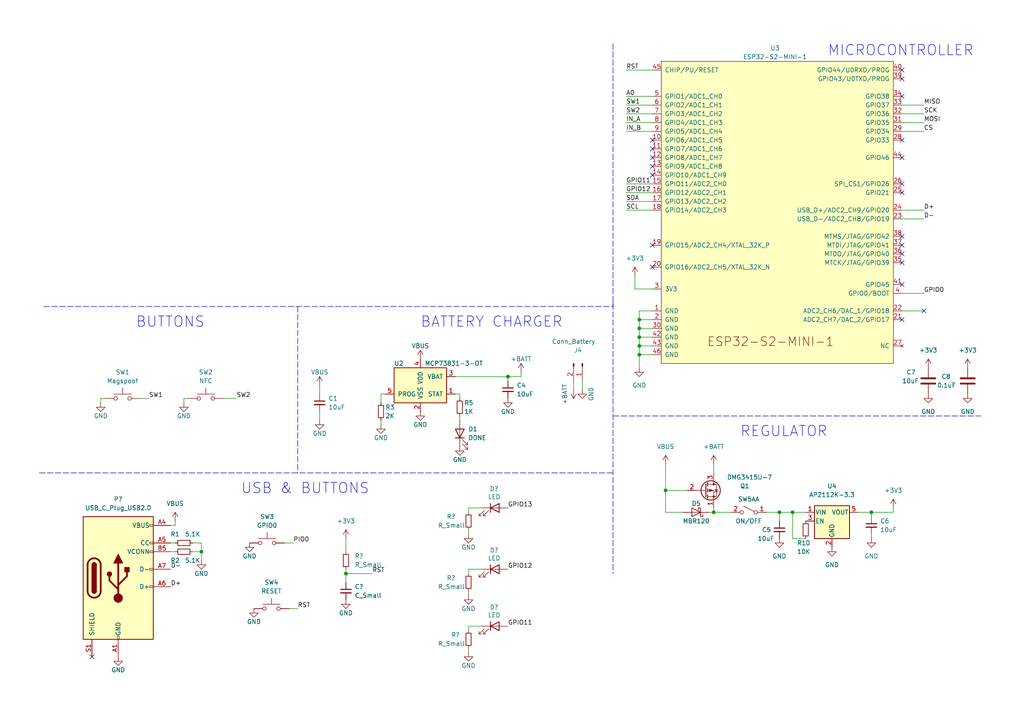
<source format=kicad_sch>
(kicad_sch (version 20211123) (generator eeschema)
  (paper "A4")
  (lib_symbols
    (symbol "Battery_Management:MCP73831-3-OT" (pin_names (offset 1.016))
      (property "Reference" "U" (at -7.62 6.35 0))
      (property "Value" "MCP73831-3-OT" (at 1.27 6.35 0))
      (symbol "MCP73831-3-OT_0_1"
        (rectangle (start -7.62 5.08) (end 7.62 -5.08) (stroke (width 0.254)) (fill (type background)))
      )
      (symbol "MCP73831-3-OT_1_1"
        (pin output line (at 10.16 -2.54 180) (length 2.54) (name "STAT") (number "1"))
        (pin power_in line (at 0 -7.62 90) (length 2.54) (name "VSS") (number "2"))
        (pin power_out line (at 10.16 2.54 180) (length 2.54) (name "VBAT") (number "3"))
        (pin power_in line (at 0 7.62 270) (length 2.54) (name "VDD") (number "4"))
        (pin input line (at -10.16 -2.54 0) (length 2.54) (name "PROG") (number "5"))
      )
    )
    (symbol "Connector:Conn_01x02_Male" (pin_names (offset 1.016) hide)
      (property "Reference" "J" (at 0 2.54 0))
      (property "Value" "Conn_01x02_Male" (at 0 -5.08 0))
      (symbol "Conn_01x02_Male_1_1"
        (polyline (pts (xy 1.27 -2.54) (xy 0.8636 -2.54)) (stroke (width 0.1524)))
        (polyline (pts (xy 1.27 0) (xy 0.8636 0)) (stroke (width 0.1524)))
        (rectangle (start 0.8636 -2.413) (end 0 -2.667) (stroke (width 0.1524)) (fill (type outline)))
        (rectangle (start 0.8636 0.127) (end 0 -0.127) (stroke (width 0.1524)) (fill (type outline)))
        (pin passive line (at 5.08 0 180) (length 3.81) (name "Pin_1") (number "1"))
        (pin passive line (at 5.08 -2.54 180) (length 3.81) (name "Pin_2") (number "2"))
      )
    )
    (symbol "Connector:USB_C_Plug_USB2.0" (pin_names (offset 1.016))
      (property "Reference" "P" (at -10.16 19.05 0))
      (property "Value" "USB_C_Plug_USB2.0" (at 12.7 19.05 0))
      (symbol "USB_C_Plug_USB2.0_0_0"
        (rectangle (start -0.254 -17.78) (end 0.254 -16.764))
        (rectangle (start 10.16 -2.286) (end 9.144 -2.794))
        (rectangle (start 10.16 2.794) (end 9.144 2.286))
        (rectangle (start 10.16 7.874) (end 9.144 7.366))
        (rectangle (start 10.16 10.414) (end 9.144 9.906))
        (rectangle (start 10.16 15.494) (end 9.144 14.986))
      )
      (symbol "USB_C_Plug_USB2.0_0_1"
        (rectangle (start -10.16 17.78) (end 10.16 -17.78) (stroke (width 0.254)) (fill (type background)))
        (arc (start -8.89 -3.81) (mid -6.985 -5.715) (end -5.08 -3.81) (stroke (width 0.508)))
        (arc (start -7.62 -3.81) (mid -6.985 -4.445) (end -6.35 -3.81) (stroke (width 0.254)))
        (arc (start -7.62 -3.81) (mid -6.985 -4.445) (end -6.35 -3.81) (stroke (width 0.254)) (fill (type outline)))
        (rectangle (start -7.62 -3.81) (end -6.35 3.81) (stroke (width 0.254)) (fill (type outline)))
        (arc (start -6.35 3.81) (mid -6.985 4.445) (end -7.62 3.81) (stroke (width 0.254)))
        (arc (start -6.35 3.81) (mid -6.985 4.445) (end -7.62 3.81) (stroke (width 0.254)) (fill (type outline)))
        (arc (start -5.08 3.81) (mid -6.985 5.715) (end -8.89 3.81) (stroke (width 0.508)))
        (circle (center -2.54 1.143) (radius 0.635) (stroke (width 0.254)) (fill (type outline)))
        (circle (center 0 -5.842) (radius 1.27) (fill (type outline)))
        (polyline (pts (xy -8.89 -3.81) (xy -8.89 3.81)) (stroke (width 0.508)))
        (polyline (pts (xy -5.08 3.81) (xy -5.08 -3.81)) (stroke (width 0.508)))
        (polyline (pts (xy 0 -5.842) (xy 0 4.318)) (stroke (width 0.508)))
        (polyline (pts (xy 0 -3.302) (xy -2.54 -0.762) (xy -2.54 0.508)) (stroke (width 0.508)))
        (polyline (pts (xy 0 -2.032) (xy 2.54 0.508) (xy 2.54 1.778)) (stroke (width 0.508)))
        (polyline (pts (xy -1.27 4.318) (xy 0 6.858) (xy 1.27 4.318) (xy -1.27 4.318)) (stroke (width 0.254)) (fill (type outline)))
        (rectangle (start 1.905 1.778) (end 3.175 3.048) (stroke (width 0.254)) (fill (type outline)))
      )
      (symbol "USB_C_Plug_USB2.0_1_1"
        (pin passive line (at 0 -22.86 90) (length 5.08) (name "GND") (number "A1"))
        (pin passive line (at 0 -22.86 90) (length 5.08) hide (name "GND") (number "A12"))
        (pin passive line (at 15.24 15.24 180) (length 5.08) (name "VBUS") (number "A4"))
        (pin bidirectional line (at 15.24 10.16 180) (length 5.08) (name "CC") (number "A5"))
        (pin bidirectional line (at 15.24 -2.54 180) (length 5.08) (name "D+") (number "A6"))
        (pin bidirectional line (at 15.24 2.54 180) (length 5.08) (name "D-") (number "A7"))
        (pin passive line (at 15.24 15.24 180) (length 5.08) hide (name "VBUS") (number "A9"))
        (pin passive line (at 0 -22.86 90) (length 5.08) hide (name "GND") (number "B1"))
        (pin passive line (at 0 -22.86 90) (length 5.08) hide (name "GND") (number "B12"))
        (pin passive line (at 15.24 15.24 180) (length 5.08) hide (name "VBUS") (number "B4"))
        (pin bidirectional line (at 15.24 7.62 180) (length 5.08) (name "VCONN") (number "B5"))
        (pin passive line (at 15.24 15.24 180) (length 5.08) hide (name "VBUS") (number "B9"))
        (pin passive line (at -7.62 -22.86 90) (length 5.08) (name "SHIELD") (number "S1"))
      )
    )
    (symbol "Device:C" (pin_numbers hide) (pin_names (offset 0.254))
      (property "Reference" "C" (at 0.635 2.54 0))
      (property "Value" "C" (at 0.635 -2.54 0))
      (symbol "C_0_1"
        (polyline (pts (xy -2.032 -0.762) (xy 2.032 -0.762)) (stroke (width 0.508)))
        (polyline (pts (xy -2.032 0.762) (xy 2.032 0.762)) (stroke (width 0.508)))
      )
      (symbol "C_1_1"
        (pin passive line (at 0 3.81 270) (length 2.794) (name "~") (number "1"))
        (pin passive line (at 0 -3.81 90) (length 2.794) (name "~") (number "2"))
      )
    )
    (symbol "Device:C_Small" (pin_numbers hide) (pin_names (offset 0.254) hide)
      (property "Reference" "C" (at 0.254 1.778 0))
      (property "Value" "C_Small" (at 0.254 -2.032 0))
      (symbol "C_Small_0_1"
        (polyline (pts (xy -1.524 -0.508) (xy 1.524 -0.508)) (stroke (width 0.3302)))
        (polyline (pts (xy -1.524 0.508) (xy 1.524 0.508)) (stroke (width 0.3048)))
      )
      (symbol "C_Small_1_1"
        (pin passive line (at 0 2.54 270) (length 2.032) (name "~") (number "1"))
        (pin passive line (at 0 -2.54 90) (length 2.032) (name "~") (number "2"))
      )
    )
    (symbol "Device:LED" (pin_numbers hide) (pin_names (offset 1.016) hide)
      (property "Reference" "D" (at 0 2.54 0))
      (property "Value" "LED" (at 0 -2.54 0))
      (symbol "LED_0_1"
        (polyline (pts (xy -1.27 -1.27) (xy -1.27 1.27)) (stroke (width 0.254)))
        (polyline (pts (xy -1.27 0) (xy 1.27 0)))
        (polyline (pts (xy 1.27 -1.27) (xy 1.27 1.27) (xy -1.27 0) (xy 1.27 -1.27)) (stroke (width 0.254)))
        (polyline (pts (xy -3.048 -0.762) (xy -4.572 -2.286) (xy -3.81 -2.286) (xy -4.572 -2.286) (xy -4.572 -1.524)))
        (polyline (pts (xy -1.778 -0.762) (xy -3.302 -2.286) (xy -2.54 -2.286) (xy -3.302 -2.286) (xy -3.302 -1.524)))
      )
      (symbol "LED_1_1"
        (pin passive line (at -3.81 0 0) (length 2.54) (name "K") (number "1"))
        (pin passive line (at 3.81 0 180) (length 2.54) (name "A") (number "2"))
      )
    )
    (symbol "Device:Q_PMOS_SGD" (pin_names (offset 0) hide)
      (property "Reference" "Q" (at 5.08 1.27 0))
      (property "Value" "Q_PMOS_SGD" (at 5.08 -1.27 0))
      (symbol "Q_PMOS_SGD_0_1"
        (polyline (pts (xy 0.254 0) (xy -2.54 0)))
        (polyline (pts (xy 0.254 1.905) (xy 0.254 -1.905)) (stroke (width 0.254)))
        (polyline (pts (xy 0.762 -1.27) (xy 0.762 -2.286)) (stroke (width 0.254)))
        (polyline (pts (xy 0.762 0.508) (xy 0.762 -0.508)) (stroke (width 0.254)))
        (polyline (pts (xy 0.762 2.286) (xy 0.762 1.27)) (stroke (width 0.254)))
        (polyline (pts (xy 2.54 2.54) (xy 2.54 1.778)))
        (polyline (pts (xy 2.54 -2.54) (xy 2.54 0) (xy 0.762 0)))
        (polyline (pts (xy 0.762 1.778) (xy 3.302 1.778) (xy 3.302 -1.778) (xy 0.762 -1.778)))
        (polyline (pts (xy 2.286 0) (xy 1.27 0.381) (xy 1.27 -0.381) (xy 2.286 0)) (fill (type outline)))
        (polyline (pts (xy 2.794 -0.508) (xy 2.921 -0.381) (xy 3.683 -0.381) (xy 3.81 -0.254)))
        (polyline (pts (xy 3.302 -0.381) (xy 2.921 0.254) (xy 3.683 0.254) (xy 3.302 -0.381)))
        (circle (center 1.651 0) (radius 2.794) (stroke (width 0.254)))
        (circle (center 2.54 -1.778) (radius 0.254) (fill (type outline)))
        (circle (center 2.54 1.778) (radius 0.254) (fill (type outline)))
      )
      (symbol "Q_PMOS_SGD_1_1"
        (pin passive line (at 2.54 -5.08 90) (length 2.54) (name "S") (number "1"))
        (pin input line (at -5.08 0 0) (length 2.54) (name "G") (number "2"))
        (pin passive line (at 2.54 5.08 270) (length 2.54) (name "D") (number "3"))
      )
    )
    (symbol "Device:R_Small" (pin_numbers hide) (pin_names (offset 0.254) hide)
      (property "Reference" "R" (at 0.762 0.508 0))
      (property "Value" "R_Small" (at 0.762 -1.016 0))
      (symbol "R_Small_0_1"
        (rectangle (start -0.762 1.778) (end 0.762 -1.778) (stroke (width 0.2032)))
      )
      (symbol "R_Small_1_1"
        (pin passive line (at 0 2.54 270) (length 0.762) (name "~") (number "1"))
        (pin passive line (at 0 -2.54 90) (length 0.762) (name "~") (number "2"))
      )
    )
    (symbol "Diode:MBR1020VL" (pin_numbers hide) (pin_names hide)
      (property "Reference" "D" (at 0 2.54 0))
      (property "Value" "MBR1020VL" (at 0 -2.54 0))
      (symbol "MBR1020VL_0_1"
        (polyline (pts (xy 1.27 0) (xy -1.27 0)))
        (polyline (pts (xy 1.27 1.27) (xy 1.27 -1.27) (xy -1.27 0) (xy 1.27 1.27)) (stroke (width 0.2032)))
        (polyline (pts (xy -1.905 0.635) (xy -1.905 1.27) (xy -1.27 1.27) (xy -1.27 -1.27) (xy -0.635 -1.27) (xy -0.635 -0.635)) (stroke (width 0.2032)))
      )
      (symbol "MBR1020VL_1_1"
        (pin passive line (at -3.81 0 0) (length 2.54) (name "K") (number "1"))
        (pin passive line (at 3.81 0 180) (length 2.54) (name "A") (number "2"))
      )
    )
    (symbol "Espressif:ESP32-S2-MINI-1" (pin_names (offset 1.016))
      (property "Reference" "U" (at 0 46.99 0))
      (property "Value" "ESP32-S2-MINI-1" (at 0 -43.18 0))
      (symbol "ESP32-S2-MINI-1_0_0"
        (pin power_in line (at -35.56 -36.83 0) (length 2.54) (name "GND") (number "43"))
        (pin input line (at 36.83 17.78 180) (length 2.54) (name "GPIO46") (number "44"))
        (pin bidirectional line (at -35.56 43.18 0) (length 2.54) (name "CHIP/PU/RESET") (number "45"))
        (pin power_in line (at -35.56 -39.37 0) (length 2.54) (name "GND") (number "46"))
      )
      (symbol "ESP32-S2-MINI-1_1_1"
        (rectangle (start -33.02 -41.91) (end 34.29 45.72) (fill (type background)))
        (text "ESP32-S2-MINI-1" (at -1.27 -35.56 0) (effects (font (size 2.54 2.54))))
        (pin power_in line (at -35.56 -26.67 0) (length 2.54) (name "GND") (number "1"))
        (pin bidirectional line (at -35.56 22.86 0) (length 2.54) (name "GPIO6/ADC1_CH5") (number "10"))
        (pin bidirectional line (at -35.56 20.32 0) (length 2.54) (name "GPIO7/ADC1_CH6") (number "11"))
        (pin bidirectional line (at -35.56 17.78 0) (length 2.54) (name "GPIO8/ADC1_CH7") (number "12"))
        (pin bidirectional line (at -35.56 15.24 0) (length 2.54) (name "GPIO9/ADC1_CH8") (number "13"))
        (pin bidirectional line (at -35.56 12.7 0) (length 2.54) (name "GPIO10/ADC1_CH9") (number "14"))
        (pin bidirectional line (at -35.56 10.16 0) (length 2.54) (name "GPIO11/ADC2_CH0") (number "15"))
        (pin bidirectional line (at -35.56 7.62 0) (length 2.54) (name "GPIO12/ADC2_CH1") (number "16"))
        (pin bidirectional line (at -35.56 5.08 0) (length 2.54) (name "GPIO13/ADC2_CH2") (number "17"))
        (pin bidirectional line (at -35.56 2.54 0) (length 2.54) (name "GPIO14/ADC2_CH3") (number "18"))
        (pin bidirectional line (at -35.56 -7.62 0) (length 2.54) (name "GPIO15/ADC2_CH4/XTAL_32K_P") (number "19"))
        (pin power_in line (at -35.56 -29.21 0) (length 2.54) (name "GND") (number "2"))
        (pin bidirectional line (at -35.56 -13.97 0) (length 2.54) (name "GPIO16/ADC2_CH5/XTAL_32K_N") (number "20"))
        (pin bidirectional line (at 36.83 -29.21 180) (length 2.54) (name "ADC2_CH7/DAC_2/GPIO17") (number "21"))
        (pin bidirectional line (at 36.83 -26.67 180) (length 2.54) (name "ADC2_CH6/DAC_1/GPIO18") (number "22"))
        (pin bidirectional line (at 36.83 0 180) (length 2.54) (name "USB_D-/ADC2_CH8/GPIO19") (number "23"))
        (pin bidirectional line (at 36.83 2.54 180) (length 2.54) (name "USB_D+/ADC2_CH9/GPIO20") (number "24"))
        (pin bidirectional line (at 36.83 7.62 180) (length 2.54) (name "GPIO21") (number "25"))
        (pin bidirectional line (at 36.83 10.16 180) (length 2.54) (name "SPI_CS1/GPIO26") (number "26"))
        (pin no_connect line (at 36.83 -36.83 180) (length 2.54) (name "NC") (number "27"))
        (pin bidirectional line (at 36.83 22.86 180) (length 2.54) (name "GPIO33") (number "28"))
        (pin bidirectional line (at 36.83 25.4 180) (length 2.54) (name "GPIO34") (number "29"))
        (pin power_in line (at -35.56 -20.32 0) (length 2.54) (name "3V3") (number "3"))
        (pin power_in line (at -35.56 -31.75 0) (length 2.54) (name "GND") (number "30"))
        (pin bidirectional line (at 36.83 27.94 180) (length 2.54) (name "GPIO35") (number "31"))
        (pin bidirectional line (at 36.83 30.48 180) (length 2.54) (name "GPIO36") (number "32"))
        (pin bidirectional line (at 36.83 33.02 180) (length 2.54) (name "GPIO37") (number "33"))
        (pin bidirectional line (at 36.83 35.56 180) (length 2.54) (name "GPIO38") (number "34"))
        (pin bidirectional line (at 36.83 -12.7 180) (length 2.54) (name "MTCK/JTAG/GPIO39") (number "35"))
        (pin bidirectional line (at 36.83 -10.16 180) (length 2.54) (name "MTDO/JTAG/GPIO40") (number "36"))
        (pin bidirectional line (at 36.83 -7.62 180) (length 2.54) (name "MTDI/JTAG/GPIO41") (number "37"))
        (pin bidirectional line (at 36.83 -5.08 180) (length 2.54) (name "MTMS/JTAG/GPIO42") (number "38"))
        (pin bidirectional line (at 36.83 40.64 180) (length 2.54) (name "GPIO43/U0TXD/PROG") (number "39"))
        (pin bidirectional line (at 36.83 -21.59 180) (length 2.54) (name "GPIO0/BOOT") (number "4"))
        (pin bidirectional line (at 36.83 43.18 180) (length 2.54) (name "GPIO44/U0RXD/PROG") (number "40"))
        (pin bidirectional line (at 36.83 -19.05 180) (length 2.54) (name "GPIO45") (number "41"))
        (pin power_in line (at -35.56 -34.29 0) (length 2.54) (name "GND") (number "42"))
        (pin bidirectional line (at -35.56 35.56 0) (length 2.54) (name "GPIO1/ADC1_CH0") (number "5"))
        (pin bidirectional line (at -35.56 33.02 0) (length 2.54) (name "GPIO2/ADC1_CH1") (number "6"))
        (pin bidirectional line (at -35.56 30.48 0) (length 2.54) (name "GPIO3/ADC1_CH2") (number "7"))
        (pin bidirectional line (at -35.56 27.94 0) (length 2.54) (name "GPIO4/ADC1_CH3") (number "8"))
        (pin bidirectional line (at -35.56 25.4 0) (length 2.54) (name "GPIO5/ADC1_CH4") (number "9"))
      )
    )
    (symbol "Regulator_Linear:AP2112K-3.3" (pin_names (offset 0.254))
      (property "Reference" "U" (at -5.08 5.715 0))
      (property "Value" "AP2112K-3.3" (at 0 5.715 0))
      (symbol "AP2112K-3.3_0_1"
        (rectangle (start -5.08 4.445) (end 5.08 -5.08) (stroke (width 0.254)) (fill (type background)))
      )
      (symbol "AP2112K-3.3_1_1"
        (pin power_in line (at -7.62 2.54 0) (length 2.54) (name "VIN") (number "1"))
        (pin power_in line (at 0 -7.62 90) (length 2.54) (name "GND") (number "2"))
        (pin input line (at -7.62 0 0) (length 2.54) (name "EN") (number "3"))
        (pin no_connect line (at 5.08 0 180) (length 2.54) hide (name "NC") (number "4"))
        (pin power_out line (at 7.62 2.54 180) (length 2.54) (name "VOUT") (number "5"))
      )
    )
    (symbol "Switch:SW_DPST_x2" (pin_names (offset 0) hide)
      (property "Reference" "SW" (at 0 3.175 0))
      (property "Value" "SW_DPST_x2" (at 0 -2.54 0))
      (symbol "SW_DPST_x2_0_0"
        (circle (center -2.032 0) (radius 0.508))
        (polyline (pts (xy -1.524 0.254) (xy 1.524 1.778)))
        (circle (center 2.032 0) (radius 0.508))
      )
      (symbol "SW_DPST_x2_1_1"
        (pin passive line (at -5.08 0 0) (length 2.54) (name "A") (number "1"))
        (pin passive line (at 5.08 0 180) (length 2.54) (name "B") (number "2"))
      )
      (symbol "SW_DPST_x2_2_1"
        (pin passive line (at -5.08 0 0) (length 2.54) (name "A") (number "3"))
        (pin passive line (at 5.08 0 180) (length 2.54) (name "B") (number "4"))
      )
    )
    (symbol "Switch:SW_MEC_5G" (pin_numbers hide) (pin_names (offset 1.016) hide)
      (property "Reference" "SW" (at 1.27 2.54 0))
      (property "Value" "SW_MEC_5G" (at 0 -1.524 0))
      (symbol "SW_MEC_5G_0_1"
        (circle (center -2.032 0) (radius 0.508))
        (polyline (pts (xy 0 1.27) (xy 0 3.048)))
        (polyline (pts (xy 2.54 1.27) (xy -2.54 1.27)))
        (circle (center 2.032 0) (radius 0.508))
        (pin passive line (at -5.08 0 0) (length 2.54) (name "A") (number "1"))
        (pin passive line (at 5.08 0 180) (length 2.54) (name "B") (number "3"))
      )
      (symbol "SW_MEC_5G_1_1"
        (pin passive line (at -5.08 0 0) (length 2.54) hide (name "A") (number "2"))
        (pin passive line (at 5.08 0 180) (length 2.54) hide (name "B") (number "4"))
      )
    )
    (symbol "Switch:SW_Push" (pin_numbers hide) (pin_names (offset 1.016) hide)
      (property "Reference" "SW" (at 1.27 2.54 0))
      (property "Value" "SW_Push" (at 0 -1.524 0))
      (symbol "SW_Push_0_1"
        (circle (center -2.032 0) (radius 0.508))
        (polyline (pts (xy 0 1.27) (xy 0 3.048)))
        (polyline (pts (xy 2.54 1.27) (xy -2.54 1.27)))
        (circle (center 2.032 0) (radius 0.508))
        (pin passive line (at -5.08 0 0) (length 2.54) (name "1") (number "1"))
        (pin passive line (at 5.08 0 180) (length 2.54) (name "2") (number "2"))
      )
    )
    (symbol "power:+3V3" (power) (pin_names (offset 0))
      (property "Value" "+3V3" (at 0 3.556 0))
      (symbol "+3V3_0_1"
        (polyline (pts (xy -0.762 1.27) (xy 0 2.54)))
        (polyline (pts (xy 0 0) (xy 0 2.54)))
        (polyline (pts (xy 0 2.54) (xy 0.762 1.27)))
      )
      (symbol "+3V3_1_1"
        (pin power_in line (at 0 0 90) (length 0) hide (name "+3V3") (number "1"))
      )
    )
    (symbol "power:+BATT" (power) (pin_names (offset 0))
      (property "Value" "+BATT" (at 0 3.556 0))
      (symbol "+BATT_0_1"
        (polyline (pts (xy -0.762 1.27) (xy 0 2.54)))
        (polyline (pts (xy 0 0) (xy 0 2.54)))
        (polyline (pts (xy 0 2.54) (xy 0.762 1.27)))
      )
      (symbol "+BATT_1_1"
        (pin power_in line (at 0 0 90) (length 0) hide (name "+BATT") (number "1"))
      )
    )
    (symbol "power:GND" (power) (pin_names (offset 0))
      (property "Value" "GND" (at 0 -3.81 0))
      (symbol "GND_0_1"
        (polyline (pts (xy 0 0) (xy 0 -1.27) (xy 1.27 -1.27) (xy 0 -2.54) (xy -1.27 -1.27) (xy 0 -1.27)))
      )
      (symbol "GND_1_1"
        (pin power_in line (at 0 0 270) (length 0) hide (name "GND") (number "1"))
      )
    )
    (symbol "power:VBUS" (power) (pin_names (offset 0))
      (property "Value" "VBUS" (at 0 3.81 0))
      (symbol "VBUS_0_1"
        (polyline (pts (xy -0.762 1.27) (xy 0 2.54)))
        (polyline (pts (xy 0 0) (xy 0 2.54)))
        (polyline (pts (xy 0 2.54) (xy 0.762 1.27)))
      )
      (symbol "VBUS_1_1"
        (pin power_in line (at 0 0 90) (length 0) hide (name "VBUS") (number "1"))
      )
    )
  )
  (junction (at 185.42 97.79))
  (junction (at 193.04 142.24))
  (junction (at 100.33 166.37))
  (junction (at 58.42 160.02))
  (junction (at 185.42 100.33))
  (junction (at 185.42 92.71))
  (junction (at 229.87 148.59))
  (junction (at 226.06 148.59))
  (junction (at 207.01 148.59))
  (junction (at 185.42 102.87))
  (junction (at 147.32 109.22))
  (junction (at 185.42 95.25))
  (junction (at 252.73 148.59))
  (no_connect (at 261.62 20.32))
  (no_connect (at 261.62 22.86))
  (no_connect (at 261.62 27.94))
  (no_connect (at 189.23 71.12))
  (no_connect (at 189.23 77.47))
  (no_connect (at 261.62 92.71))
  (no_connect (at 267.97 90.17))
  (no_connect (at 26.67 190.5))
  (no_connect (at 261.62 40.64))
  (no_connect (at 261.62 68.58))
  (no_connect (at 261.62 71.12))
  (no_connect (at 261.62 73.66))
  (no_connect (at 261.62 76.2))
  (no_connect (at 261.62 82.55))
  (no_connect (at 189.23 40.64))
  (no_connect (at 189.23 43.18))
  (no_connect (at 189.23 45.72))
  (no_connect (at 189.23 48.26))
  (no_connect (at 189.23 50.8))
  (no_connect (at 261.62 53.34))
  (no_connect (at 261.62 55.88))
  (no_connect (at 261.62 45.72))
  (wire (pts (xy 135.89 181.61) (xy 139.7 181.61)))
  (wire (pts (xy 185.42 100.33) (xy 189.23 100.33)))
  (wire (pts (xy 147.32 109.22) (xy 151.13 109.22)))
  (wire (pts (xy 181.61 53.34) (xy 189.23 53.34)))
  (wire (pts (xy 29.21 115.57) (xy 30.48 115.57)))
  (wire (pts (xy 92.71 119.38) (xy 92.71 121.92)))
  (wire (pts (xy 185.42 106.68) (xy 185.42 102.87)))
  (wire (pts (xy 168.91 110.49) (xy 168.91 113.03)))
  (wire (pts (xy 55.88 157.48) (xy 58.42 157.48)))
  (wire (pts (xy 259.08 148.59) (xy 252.73 148.59)))
  (wire (pts (xy 151.13 107.95) (xy 151.13 109.22)))
  (wire (pts (xy 58.42 160.02) (xy 58.42 162.56)))
  (wire (pts (xy 207.01 148.59) (xy 212.09 148.59)))
  (wire (pts (xy 110.49 121.92) (xy 110.49 123.19)))
  (wire (pts (xy 135.89 171.45) (xy 135.89 172.72)))
  (wire (pts (xy 261.62 30.48) (xy 267.97 30.48)))
  (wire (pts (xy 248.92 148.59) (xy 252.73 148.59)))
  (polyline (pts (xy 12.7 88.9) (xy 177.8 88.9)))
  (wire (pts (xy 226.06 151.13) (xy 226.06 148.59)))
  (wire (pts (xy 82.55 157.48) (xy 85.09 157.48)))
  (wire (pts (xy 207.01 134.62) (xy 207.01 137.16)))
  (wire (pts (xy 185.42 102.87) (xy 189.23 102.87)))
  (wire (pts (xy 189.23 90.17) (xy 185.42 90.17)))
  (wire (pts (xy 261.62 33.02) (xy 267.97 33.02)))
  (polyline (pts (xy 177.8 120.65) (xy 284.48 120.65)))
  (wire (pts (xy 207.01 147.32) (xy 207.01 148.59)))
  (wire (pts (xy 226.06 148.59) (xy 229.87 148.59)))
  (wire (pts (xy 53.34 116.84) (xy 53.34 115.57)))
  (wire (pts (xy 147.32 109.22) (xy 147.32 110.49)))
  (wire (pts (xy 229.87 148.59) (xy 233.68 148.59)))
  (wire (pts (xy 181.61 35.56) (xy 189.23 35.56)))
  (wire (pts (xy 185.42 90.17) (xy 185.42 92.71)))
  (wire (pts (xy 132.08 114.3) (xy 133.35 114.3)))
  (wire (pts (xy 135.89 153.67) (xy 135.89 154.94)))
  (wire (pts (xy 49.53 160.02) (xy 50.8 160.02)))
  (wire (pts (xy 193.04 142.24) (xy 193.04 148.59)))
  (wire (pts (xy 185.42 97.79) (xy 189.23 97.79)))
  (wire (pts (xy 193.04 142.24) (xy 199.39 142.24)))
  (polyline (pts (xy 86.36 88.9) (xy 86.36 137.16)))
  (wire (pts (xy 58.42 157.48) (xy 58.42 160.02)))
  (wire (pts (xy 181.61 30.48) (xy 189.23 30.48)))
  (wire (pts (xy 135.89 148.59) (xy 135.89 147.32)))
  (wire (pts (xy 252.73 154.94) (xy 252.73 156.21)))
  (wire (pts (xy 55.88 160.02) (xy 58.42 160.02)))
  (wire (pts (xy 133.35 114.3) (xy 133.35 115.57)))
  (wire (pts (xy 135.89 166.37) (xy 135.89 165.1)))
  (wire (pts (xy 181.61 38.1) (xy 189.23 38.1)))
  (wire (pts (xy 49.53 157.48) (xy 50.8 157.48)))
  (polyline (pts (xy 11.43 137.16) (xy 177.8 137.16)))
  (wire (pts (xy 135.89 187.96) (xy 135.89 189.23)))
  (wire (pts (xy 185.42 92.71) (xy 189.23 92.71)))
  (wire (pts (xy 185.42 102.87) (xy 185.42 100.33)))
  (wire (pts (xy 252.73 148.59) (xy 252.73 149.86)))
  (wire (pts (xy 100.33 166.37) (xy 107.95 166.37)))
  (wire (pts (xy 40.64 115.57) (xy 43.18 115.57)))
  (wire (pts (xy 193.04 148.59) (xy 198.12 148.59)))
  (wire (pts (xy 222.25 148.59) (xy 226.06 148.59)))
  (wire (pts (xy 50.8 151.13) (xy 50.8 152.4)))
  (wire (pts (xy 110.49 116.84) (xy 110.49 114.3)))
  (wire (pts (xy 110.49 114.3) (xy 111.76 114.3)))
  (wire (pts (xy 133.35 120.65) (xy 133.35 121.92)))
  (wire (pts (xy 181.61 33.02) (xy 189.23 33.02)))
  (wire (pts (xy 185.42 100.33) (xy 185.42 97.79)))
  (wire (pts (xy 50.8 152.4) (xy 49.53 152.4)))
  (wire (pts (xy 166.37 110.49) (xy 166.37 113.03)))
  (wire (pts (xy 135.89 147.32) (xy 139.7 147.32)))
  (wire (pts (xy 184.15 80.01) (xy 184.15 83.82)))
  (wire (pts (xy 92.71 111.76) (xy 92.71 114.3)))
  (wire (pts (xy 233.68 156.21) (xy 229.87 156.21)))
  (wire (pts (xy 29.21 116.84) (xy 29.21 115.57)))
  (wire (pts (xy 185.42 95.25) (xy 185.42 92.71)))
  (polyline (pts (xy 177.8 88.9) (xy 177.8 87.63)))
  (wire (pts (xy 100.33 156.21) (xy 100.33 160.02)))
  (wire (pts (xy 261.62 38.1) (xy 267.97 38.1)))
  (wire (pts (xy 181.61 27.94) (xy 189.23 27.94)))
  (wire (pts (xy 205.74 148.59) (xy 207.01 148.59)))
  (wire (pts (xy 83.82 176.53) (xy 86.36 176.53)))
  (wire (pts (xy 185.42 97.79) (xy 185.42 95.25)))
  (wire (pts (xy 259.08 147.32) (xy 259.08 148.59)))
  (wire (pts (xy 135.89 165.1) (xy 139.7 165.1)))
  (wire (pts (xy 132.08 109.22) (xy 147.32 109.22)))
  (wire (pts (xy 100.33 166.37) (xy 100.33 168.91)))
  (wire (pts (xy 261.62 85.09) (xy 267.97 85.09)))
  (wire (pts (xy 261.62 63.5) (xy 267.97 63.5)))
  (wire (pts (xy 229.87 156.21) (xy 229.87 148.59)))
  (wire (pts (xy 181.61 60.96) (xy 189.23 60.96)))
  (wire (pts (xy 181.61 58.42) (xy 189.23 58.42)))
  (wire (pts (xy 181.61 55.88) (xy 189.23 55.88)))
  (wire (pts (xy 100.33 165.1) (xy 100.33 166.37)))
  (wire (pts (xy 261.62 35.56) (xy 267.97 35.56)))
  (wire (pts (xy 135.89 182.88) (xy 135.89 181.61)))
  (polyline (pts (xy 177.8 12.7) (xy 177.8 166.37)))
  (wire (pts (xy 185.42 95.25) (xy 189.23 95.25)))
  (wire (pts (xy 181.61 20.32) (xy 189.23 20.32)))
  (wire (pts (xy 261.62 90.17) (xy 267.97 90.17)))
  (wire (pts (xy 64.77 115.57) (xy 68.58 115.57)))
  (wire (pts (xy 193.04 134.62) (xy 193.04 142.24)))
  (wire (pts (xy 184.15 83.82) (xy 189.23 83.82)))
  (wire (pts (xy 261.62 60.96) (xy 267.97 60.96)))
  (wire (pts (xy 53.34 115.57) (xy 54.61 115.57)))
  (text "BATTERY CHARGER" (at 121.92 95.25 0) (effects (font (size 3 3)) (justify left bottom)))
  (text "MICROCONTROLLER\n" (at 240.03 16.51 0) (effects (font (size 3 3)) (justify left bottom)))
  (text "USB & BUTTONS" (at 69.85 143.51 0) (effects (font (size 3 3)) (justify left bottom)))
  (text "REGULATOR\n" (at 214.63 127 0) (effects (font (size 3 3)) (justify left bottom)))
  (text "BUTTONS" (at 39.37 95.25 0) (effects (font (size 3 3)) (justify left bottom)))
  (label "MISO" (at 267.97 30.48 0))
  (label "SW1" (at 181.61 30.48 0))
  (label "SDA" (at 181.61 58.42 0))
  (label "MOSI" (at 267.97 35.56 0))
  (label "D-" (at 49.53 165.1 0))
  (label "GPIO0" (at 267.97 85.09 0))
  (label "CS" (at 267.97 38.1 0))
  (label "SW2" (at 68.58 115.57 0))
  (label "SCK" (at 267.97 33.02 0))
  (label "GPIO11" (at 181.61 53.34 0))
  (label "RST" (at 86.36 176.53 0))
  (label "D+" (at 267.97 60.96 0))
  (label "GPIO12" (at 147.32 165.1 0))
  (label "SCL" (at 181.61 60.96 0))
  (label "GPIO12" (at 181.61 55.88 0))
  (label "D+" (at 49.53 170.18 0))
  (label "GPIO13" (at 147.32 147.32 0))
  (label "RST" (at 181.61 20.32 0))
  (label "PIO0" (at 85.09 157.48 0))
  (label "RST" (at 107.95 166.37 0))
  (label "SW2" (at 181.61 33.02 0))
  (label "GPIO11" (at 147.32 181.61 0))
  (label "A0" (at 181.61 27.94 0))
  (label "SW1" (at 43.18 115.57 0))
  (label "IN_B" (at 181.61 38.1 0))
  (label "IN_A" (at 181.61 35.56 0))
  (label "D-" (at 267.97 63.5 0))
  (symbol (lib_id "power:GND") (at 226.06 156.21 0) (unit 1)
    (property "Reference" "#PWR?" (effects hide))
    (property "Value" "GND" (at 226.06 161.29 0))
  )
  (symbol (lib_id "power:GND") (at 241.3 158.75 0) (unit 1)
    (property "Reference" "#PWR?" (effects hide))
    (property "Value" "GND" (at 241.3 163.83 0))
  )
  (symbol (lib_id "power:GND") (at 110.49 123.19 0) (unit 1)
    (property "Reference" "#PWR?" (effects hide))
    (property "Value" "GND" (at 110.49 127 0))
  )
  (symbol (lib_id "Espressif:ESP32-S2-MINI-1") (at 224.79 63.5 0) (unit 1)
    (property "Reference" "U3" (at 224.79 13.97 0))
    (property "Value" "ESP32-S2-MINI-1" (at 224.79 16.51 0))
    (property "Footprint" "Espressif:ESP32-S2-MINI-1" (effects hide))
    (property "Datasheet" "https://www.espressif.com/sites/default/files/documentation/esp32-s2-mini-1_esp32-s2-mini-1u_datasheet_en.pdf" (effects hide))
  )
  (symbol (lib_id "Switch:SW_MEC_5G") (at 59.69 115.57 0) (unit 1)
    (property "Reference" "SW2" (at 59.69 107.95 0))
    (property "Value" "NFC" (at 59.69 110.49 0))
    (property "Datasheet" "http://www.apem.com/int/index.php?controller=attachment&id_attachment=488" (effects hide))
  )
  (symbol (lib_id "Device:C") (at 269.24 110.49 0) (unit 1)
    (property "Reference" "C7" (at 262.89 107.95 0) (effects (justify left)))
    (property "Value" "10uF" (at 261.62 110.49 0) (effects (justify left)))
  )
  (symbol (lib_id "power:GND") (at 34.29 190.5 0) (unit 1)
    (property "Reference" "#PWR?" (effects hide))
    (property "Value" "GND" (at 34.29 194.31 0))
  )
  (symbol (lib_id "Device:R_Small") (at 100.33 162.56 0) (unit 1)
    (property "Reference" "R?" (at 102.87 161.2899 0) (effects (justify left)))
    (property "Value" "R_Small" (at 102.87 163.8299 0) (effects (justify left)))
  )
  (symbol (lib_id "power:+BATT") (at 207.01 134.62 0) (unit 1)
    (property "Reference" "#PWR?" (effects hide))
    (property "Value" "+BATT" (at 207.01 129.54 0))
  )
  (symbol (lib_id "Regulator_Linear:AP2112K-3.3") (at 241.3 151.13 0) (unit 1)
    (property "Reference" "U4" (at 241.3 140.97 0))
    (property "Value" "AP2112K-3.3" (at 241.3 143.51 0))
    (property "Footprint" "Package_TO_SOT_SMD:SOT-23-5" (effects hide))
    (property "Datasheet" "https://www.diodes.com/assets/Datasheets/AP2112.pdf" (effects hide))
  )
  (symbol (lib_id "Device:R_Small") (at 135.89 185.42 0) (unit 1)
    (property "Reference" "R?" (at 130.81 184.15 0) (effects (justify left)))
    (property "Value" "R_Small" (at 127 186.69 0) (effects (justify left)))
  )
  (symbol (lib_id "Device:C_Small") (at 252.73 152.4 0) (unit 1)
    (property "Reference" "C6" (at 255.27 151.1362 0) (effects (justify left)))
    (property "Value" "10uF" (at 255.27 153.6762 0) (effects (justify left)))
  )
  (symbol (lib_id "Device:C_Small") (at 100.33 171.45 0) (unit 1)
    (property "Reference" "C?" (at 102.87 170.1862 0) (effects (justify left)))
    (property "Value" "C_Small" (at 102.87 172.7262 0) (effects (justify left)))
  )
  (symbol (lib_id "power:VBUS") (at 50.8 151.13 0) (unit 1)
    (property "Reference" "#PWR?" (effects hide))
    (property "Value" "VBUS" (at 50.8 146.05 0))
  )
  (symbol (lib_id "power:GND") (at 135.89 189.23 0) (unit 1)
    (property "Reference" "#PWR?" (effects hide))
    (property "Value" "GND" (at 135.89 193.04 0))
  )
  (symbol (lib_id "Switch:SW_Push") (at 78.74 176.53 0) (unit 1)
    (property "Reference" "SW4" (at 78.74 168.91 0))
    (property "Value" "RESET" (at 78.74 171.45 0))
  )
  (symbol (lib_id "power:+3V3") (at 184.15 80.01 0) (unit 1)
    (property "Reference" "#PWR?" (effects hide))
    (property "Value" "+3V3" (at 184.15 74.93 0))
  )
  (symbol (lib_id "power:+3V3") (at 100.33 156.21 0) (unit 1)
    (property "Reference" "#PWR?" (effects hide))
    (property "Value" "+3V3" (at 100.33 151.13 0))
  )
  (symbol (lib_id "power:GND") (at 133.35 129.54 0) (unit 1)
    (property "Reference" "#PWR?" (effects hide))
    (property "Value" "GND" (at 133.35 133.35 0))
  )
  (symbol (lib_id "power:+BATT") (at 151.13 107.95 0) (unit 1)
    (property "Reference" "#PWR?" (effects hide))
    (property "Value" "+BATT" (at 151.13 104.14 0))
  )
  (symbol (lib_id "power:GND") (at 252.73 156.21 0) (unit 1)
    (property "Reference" "#PWR?" (effects hide))
    (property "Value" "GND" (at 252.73 161.29 0))
  )
  (symbol (lib_id "Connector:Conn_01x02_Male") (at 168.91 105.41 270) (unit 1)
    (property "Reference" "J4" (at 167.64 101.6 90))
    (property "Value" "Conn_Battery" (at 166.37 99.06 90))
  )
  (symbol (lib_id "power:GND") (at 269.24 114.3 0) (unit 1)
    (property "Reference" "#PWR?" (effects hide))
    (property "Value" "GND" (at 269.24 119.38 0))
  )
  (symbol (lib_id "Device:C") (at 280.67 110.49 0) (unit 1)
    (property "Reference" "C8" (at 273.05 109.22 0) (effects (justify left)))
    (property "Value" "0.1uF" (at 271.78 111.76 0) (effects (justify left)))
  )
  (symbol (lib_id "Device:R_Small") (at 133.35 118.11 0) (unit 1)
    (property "Reference" "R5" (at 134.62 116.84 0) (effects (justify left)))
    (property "Value" "1K" (at 134.62 119.38 0) (effects (justify left)))
  )
  (symbol (lib_id "Device:C_Small") (at 147.32 113.03 0) (unit 1)
    (property "Reference" "C4" (at 149.86 111.7662 0) (effects (justify left)))
    (property "Value" "10uF" (at 149.86 114.3062 0) (effects (justify left)))
  )
  (symbol (lib_id "power:GND") (at 53.34 116.84 0) (unit 1)
    (property "Reference" "#PWR?" (effects hide))
    (property "Value" "GND" (at 53.34 120.65 0))
  )
  (symbol (lib_id "Diode:MBR1020VL") (at 201.93 148.59 180) (unit 1)
    (property "Reference" "D5" (at 201.93 146.05 0))
    (property "Value" "MBR120" (at 201.93 151.13 0))
    (property "Footprint" "Diode_SMD:D_SOD-123F" (effects hide))
    (property "Datasheet" "https://www.onsemi.com/pub/Collateral/MBR1020VL-D.PDF" (effects hide))
  )
  (symbol (lib_id "Device:C_Small") (at 92.71 116.84 0) (unit 1)
    (property "Reference" "C1" (at 95.25 115.5762 0) (effects (justify left)))
    (property "Value" "10uF" (at 95.25 118.1162 0) (effects (justify left)))
  )
  (symbol (lib_id "power:+BATT") (at 166.37 113.03 180) (unit 1)
    (property "Reference" "#PWR?" (effects hide))
    (property "Value" "+BATT" (at 163.83 114.3 90))
  )
  (symbol (lib_id "Device:C_Small") (at 226.06 153.67 0) (unit 1)
    (property "Reference" "C5" (at 220.98 153.67 0) (effects (justify left)))
    (property "Value" "10uF" (at 219.71 156.21 0) (effects (justify left)))
  )
  (symbol (lib_id "power:GND") (at 168.91 113.03 0) (unit 1)
    (property "Reference" "#PWR?" (effects hide))
    (property "Value" "GND" (at 171.45 114.3 90))
  )
  (symbol (lib_id "power:+3V3") (at 269.24 106.68 0) (unit 1)
    (property "Reference" "#PWR?" (effects hide))
    (property "Value" "+3V3" (at 269.24 101.6 0))
  )
  (symbol (lib_id "power:GND") (at 29.21 116.84 0) (unit 1)
    (property "Reference" "#PWR?" (effects hide))
    (property "Value" "GND" (at 29.21 120.65 0))
  )
  (symbol (lib_id "power:VBUS") (at 121.92 104.14 0) (unit 1)
    (property "Reference" "#PWR?" (effects hide))
    (property "Value" "VBUS" (at 121.92 100.33 0))
  )
  (symbol (lib_id "Device:R_Small") (at 135.89 151.13 0) (unit 1)
    (property "Reference" "R?" (at 129.54 149.86 0) (effects (justify left)))
    (property "Value" "R_Small" (at 127 152.4 0) (effects (justify left)))
  )
  (symbol (lib_id "Switch:SW_Push") (at 77.47 157.48 0) (unit 1)
    (property "Reference" "SW3" (at 77.47 149.86 0))
    (property "Value" "GPIO0" (at 77.47 152.4 0))
  )
  (symbol (lib_id "power:+3V3") (at 259.08 147.32 0) (unit 1)
    (property "Reference" "#PWR?" (effects hide))
    (property "Value" "+3V3" (at 259.08 142.24 0))
  )
  (symbol (lib_id "power:GND") (at 100.33 173.99 0) (unit 1)
    (property "Reference" "#PWR?" (effects hide))
    (property "Value" "GND" (at 100.33 177.8 0))
  )
  (symbol (lib_id "Battery_Management:MCP73831-3-OT") (at 121.92 111.76 0) (unit 1)
    (property "Reference" "U2" (at 114.3 105.41 0) (effects (justify left)))
    (property "Value" "MCP73831-3-OT" (at 123.19 105.41 0) (effects (justify left)))
    (property "Footprint" "Package_TO_SOT_SMD:SOT-23-5" (effects hide))
    (property "Datasheet" "http://ww1.microchip.com/downloads/en/DeviceDoc/20001984g.pdf" (effects hide))
  )
  (symbol (lib_id "power:GND") (at 185.42 106.68 0) (unit 1)
    (property "Reference" "#PWR?" (effects hide))
    (property "Value" "GND" (at 185.42 111.76 0))
  )
  (symbol (lib_id "Device:R_Small") (at 53.34 160.02 90) (unit 1)
    (property "Reference" "R2" (at 50.8 162.56 90))
    (property "Value" "5.1K" (at 55.88 162.56 90))
  )
  (symbol (lib_id "power:GND") (at 135.89 154.94 0) (unit 1)
    (property "Reference" "#PWR?" (effects hide))
    (property "Value" "GND" (at 135.89 158.75 0))
  )
  (symbol (lib_id "Device:Q_PMOS_SGD") (at 204.47 142.24 0) (unit 1)
    (property "Reference" "Q1" (at 214.63 140.97 0) (effects (justify left)))
    (property "Value" "DMG3415U-7" (at 210.82 138.43 0) (effects (justify left)))
  )
  (symbol (lib_id "Switch:SW_MEC_5G") (at 35.56 115.57 0) (unit 1)
    (property "Reference" "SW1" (at 35.56 107.95 0))
    (property "Value" "Magspoof" (at 35.56 110.49 0))
    (property "Datasheet" "http://www.apem.com/int/index.php?controller=attachment&id_attachment=488" (effects hide))
  )
  (symbol (lib_id "Device:LED") (at 133.35 125.73 90) (unit 1)
    (property "Reference" "D1" (at 137.16 124.46 90))
    (property "Value" "DONE" (at 138.43 127 90))
    (property "Footprint" "LED_SMD:LED_0805_2012Metric" (effects hide))
  )
  (symbol (lib_id "power:VBUS") (at 92.71 111.76 0) (unit 1)
    (property "Reference" "#PWR?" (effects hide))
    (property "Value" "VBUS" (at 92.71 107.95 0))
  )
  (symbol (lib_id "Device:LED") (at 143.51 147.32 0) (unit 1)
    (property "Reference" "D?" (at 143.3322 141.8082 0))
    (property "Value" "LED" (at 143.3322 144.1196 0))
    (property "Footprint" "LED_SMD:LED_0805_2012Metric" (effects hide))
  )
  (symbol (lib_id "power:VBUS") (at 193.04 134.62 0) (unit 1)
    (property "Reference" "#PWR?" (effects hide))
    (property "Value" "VBUS" (at 193.04 129.54 0))
  )
  (symbol (lib_id "Device:LED") (at 143.51 165.1 0) (unit 1)
    (property "Reference" "D?" (at 143.3322 159.5882 0))
    (property "Value" "LED" (at 143.3322 161.8996 0))
    (property "Footprint" "LED_SMD:LED_0805_2012Metric" (effects hide))
  )
  (symbol (lib_id "power:GND") (at 121.92 119.38 0) (unit 1)
    (property "Reference" "#PWR?" (effects hide))
    (property "Value" "GND" (at 121.92 123.19 0))
  )
  (symbol (lib_id "Device:LED") (at 143.51 181.61 0) (unit 1)
    (property "Reference" "D?" (at 143.3322 176.0982 0))
    (property "Value" "LED" (at 143.3322 178.4096 0))
    (property "Footprint" "LED_SMD:LED_0805_2012Metric" (effects hide))
  )
  (symbol (lib_id "Device:R_Small") (at 233.68 153.67 0) (unit 1)
    (property "Reference" "R10" (at 231.14 157.48 0) (effects (justify left)))
    (property "Value" "10K" (at 231.14 160.02 0) (effects (justify left)))
  )
  (symbol (lib_id "power:GND") (at 147.32 115.57 0) (unit 1)
    (property "Reference" "#PWR?" (effects hide))
    (property "Value" "GND" (at 147.32 119.38 0))
  )
  (symbol (lib_id "Device:R_Small") (at 110.49 119.38 0) (unit 1)
    (property "Reference" "R3" (at 111.76 118.11 0) (effects (justify left)))
    (property "Value" "2K" (at 111.76 120.65 0) (effects (justify left)))
  )
  (symbol (lib_id "Device:R_Small") (at 53.34 157.48 90) (unit 1)
    (property "Reference" "R1" (at 50.8 154.94 90))
    (property "Value" "5.1K" (at 55.88 154.94 90))
  )
  (symbol (lib_id "Device:R_Small") (at 135.89 168.91 0) (unit 1)
    (property "Reference" "R?" (at 129.54 167.64 0) (effects (justify left)))
    (property "Value" "R_Small" (at 127 170.18 0) (effects (justify left)))
  )
  (symbol (lib_id "power:GND") (at 72.39 157.48 0) (unit 1)
    (property "Reference" "#PWR?" (effects hide))
    (property "Value" "GND" (at 72.39 161.29 0))
  )
  (symbol (lib_id "Connector:USB_C_Plug_USB2.0") (at 34.29 167.64 0) (unit 1)
    (property "Reference" "P?" (at 34.29 144.78 0))
    (property "Value" "USB_C_Plug_USB2.0" (at 34.29 147.32 0))
    (property "Datasheet" "https://www.usb.org/sites/default/files/documents/usb_type-c.zip" (effects hide))
  )
  (symbol (lib_id "power:GND") (at 58.42 162.56 0) (unit 1)
    (property "Reference" "#PWR?" (effects hide))
    (property "Value" "GND" (at 58.42 166.37 0))
  )
  (symbol (lib_id "power:GND") (at 73.66 176.53 0) (unit 1)
    (property "Reference" "#PWR?" (effects hide))
    (property "Value" "GND" (at 73.66 180.34 0))
  )
  (symbol (lib_id "power:+3V3") (at 280.67 106.68 0) (unit 1)
    (property "Reference" "#PWR?" (effects hide))
    (property "Value" "+3V3" (at 280.67 101.6 0))
  )
  (symbol (lib_id "Switch:SW_DPST_x2") (at 217.17 148.59 0) (mirror y) (unit 1)
    (property "Reference" "SW5A" (at 217.17 144.78 0))
    (property "Value" "ON/OFF" (at 217.17 151.13 0))
  )
  (symbol (lib_id "power:GND") (at 135.89 172.72 0) (unit 1)
    (property "Reference" "#PWR?" (effects hide))
    (property "Value" "GND" (at 135.89 176.53 0))
  )
  (symbol (lib_id "power:GND") (at 92.71 121.92 0) (unit 1)
    (property "Reference" "#PWR?" (effects hide))
    (property "Value" "GND" (at 92.71 125.73 0))
  )
  (symbol (lib_id "power:GND") (at 280.67 114.3 0) (unit 1)
    (property "Reference" "#PWR?" (effects hide))
    (property "Value" "GND" (at 280.67 119.38 0))
  )
)
</source>
